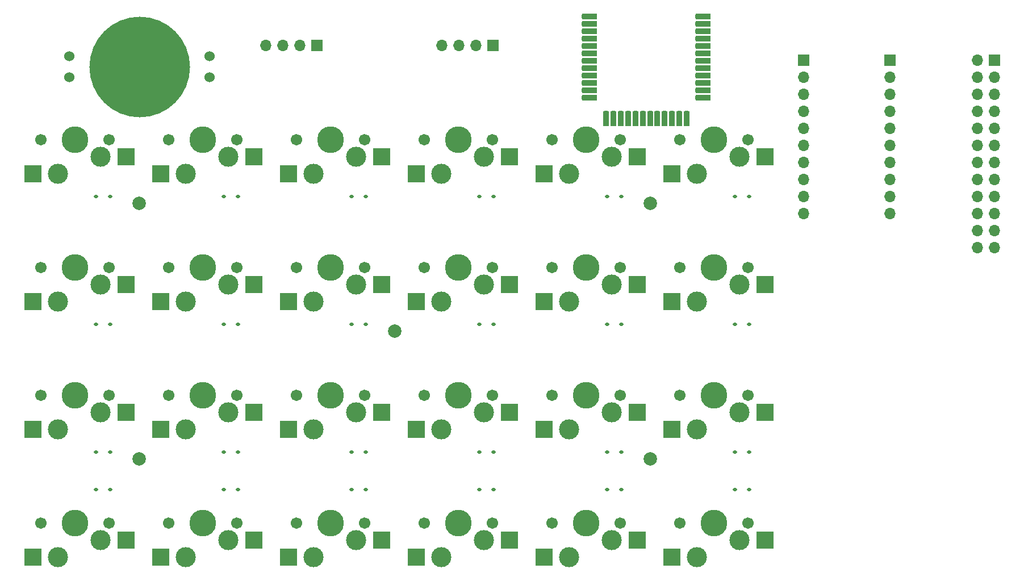
<source format=gbr>
%TF.GenerationSoftware,KiCad,Pcbnew,7.0.1*%
%TF.CreationDate,2023-05-06T18:31:28+10:00*%
%TF.ProjectId,switch_grid_test,73776974-6368-45f6-9772-69645f746573,rev?*%
%TF.SameCoordinates,Original*%
%TF.FileFunction,Soldermask,Bot*%
%TF.FilePolarity,Negative*%
%FSLAX46Y46*%
G04 Gerber Fmt 4.6, Leading zero omitted, Abs format (unit mm)*
G04 Created by KiCad (PCBNEW 7.0.1) date 2023-05-06 18:31:28*
%MOMM*%
%LPD*%
G01*
G04 APERTURE LIST*
G04 Aperture macros list*
%AMRoundRect*
0 Rectangle with rounded corners*
0 $1 Rounding radius*
0 $2 $3 $4 $5 $6 $7 $8 $9 X,Y pos of 4 corners*
0 Add a 4 corners polygon primitive as box body*
4,1,4,$2,$3,$4,$5,$6,$7,$8,$9,$2,$3,0*
0 Add four circle primitives for the rounded corners*
1,1,$1+$1,$2,$3*
1,1,$1+$1,$4,$5*
1,1,$1+$1,$6,$7*
1,1,$1+$1,$8,$9*
0 Add four rect primitives between the rounded corners*
20,1,$1+$1,$2,$3,$4,$5,0*
20,1,$1+$1,$4,$5,$6,$7,0*
20,1,$1+$1,$6,$7,$8,$9,0*
20,1,$1+$1,$8,$9,$2,$3,0*%
G04 Aperture macros list end*
%ADD10R,1.700000X1.700000*%
%ADD11O,1.700000X1.700000*%
%ADD12C,1.701800*%
%ADD13C,3.000000*%
%ADD14C,3.987800*%
%ADD15R,2.550000X2.500000*%
%ADD16C,2.000000*%
%ADD17RoundRect,0.112500X-0.187500X-0.112500X0.187500X-0.112500X0.187500X0.112500X-0.187500X0.112500X0*%
%ADD18RoundRect,0.225000X0.918000X0.225000X-0.918000X0.225000X-0.918000X-0.225000X0.918000X-0.225000X0*%
%ADD19RoundRect,0.225000X0.225000X-0.918000X0.225000X0.918000X-0.225000X0.918000X-0.225000X-0.918000X0*%
%ADD20RoundRect,0.225000X-0.918000X-0.225000X0.918000X-0.225000X0.918000X0.225000X-0.918000X0.225000X0*%
%ADD21C,1.524000*%
%ADD22C,15.000000*%
G04 APERTURE END LIST*
D10*
%TO.C,PRG1*%
X109675000Y-88825000D03*
D11*
X107135000Y-88825000D03*
X104595000Y-88825000D03*
X102055000Y-88825000D03*
%TD*%
D12*
%TO.C,SW6*%
X147680000Y-102900000D03*
D13*
X146410000Y-105440000D03*
D14*
X142600000Y-102900000D03*
D13*
X140060000Y-107980000D03*
D12*
X137520000Y-102900000D03*
D15*
X136310000Y-107980000D03*
X150160000Y-105440000D03*
%TD*%
D12*
%TO.C,SW9*%
X90530000Y-121950000D03*
D13*
X89260000Y-124490000D03*
D14*
X85450000Y-121950000D03*
D13*
X82910000Y-127030000D03*
D12*
X80370000Y-121950000D03*
D15*
X79160000Y-127030000D03*
X93010000Y-124490000D03*
%TD*%
D12*
%TO.C,SW20*%
X71480000Y-160050000D03*
D13*
X70210000Y-162590000D03*
D14*
X66400000Y-160050000D03*
D13*
X63860000Y-165130000D03*
D12*
X61320000Y-160050000D03*
D15*
X60110000Y-165130000D03*
X73960000Y-162590000D03*
%TD*%
D16*
%TO.C,H1*%
X56875000Y-112425000D03*
%TD*%
D12*
%TO.C,SW19*%
X52430000Y-160050000D03*
D13*
X51160000Y-162590000D03*
D14*
X47350000Y-160050000D03*
D13*
X44810000Y-165130000D03*
D12*
X42270000Y-160050000D03*
D15*
X41060000Y-165130000D03*
X54910000Y-162590000D03*
%TD*%
D16*
%TO.C,H5*%
X94975000Y-131475000D03*
%TD*%
D12*
%TO.C,SW5*%
X128630000Y-102900000D03*
D13*
X127360000Y-105440000D03*
D14*
X123550000Y-102900000D03*
D13*
X121010000Y-107980000D03*
D12*
X118470000Y-102900000D03*
D15*
X117260000Y-107980000D03*
X131110000Y-105440000D03*
%TD*%
D12*
%TO.C,SW12*%
X147680000Y-121950000D03*
D13*
X146410000Y-124490000D03*
D14*
X142600000Y-121950000D03*
D13*
X140060000Y-127030000D03*
D12*
X137520000Y-121950000D03*
D15*
X136310000Y-127030000D03*
X150160000Y-124490000D03*
%TD*%
D16*
%TO.C,H3*%
X56875000Y-150525000D03*
%TD*%
D12*
%TO.C,SW2*%
X71480000Y-102900000D03*
D13*
X70210000Y-105440000D03*
D14*
X66400000Y-102900000D03*
D13*
X63860000Y-107980000D03*
D12*
X61320000Y-102900000D03*
D15*
X60110000Y-107980000D03*
X73960000Y-105440000D03*
%TD*%
D16*
%TO.C,H2*%
X133075000Y-112425000D03*
%TD*%
D12*
%TO.C,SW4*%
X109580000Y-102900000D03*
D13*
X108310000Y-105440000D03*
D14*
X104500000Y-102900000D03*
D13*
X101960000Y-107980000D03*
D12*
X99420000Y-102900000D03*
D15*
X98210000Y-107980000D03*
X112060000Y-105440000D03*
%TD*%
D12*
%TO.C,SW7*%
X52430000Y-121950000D03*
D13*
X51160000Y-124490000D03*
D14*
X47350000Y-121950000D03*
D13*
X44810000Y-127030000D03*
D12*
X42270000Y-121950000D03*
D15*
X41060000Y-127030000D03*
X54910000Y-124490000D03*
%TD*%
D10*
%TO.C,J1*%
X155975000Y-91075000D03*
D11*
X155975000Y-93615000D03*
X155975000Y-96155000D03*
X155975000Y-98695000D03*
X155975000Y-101235000D03*
X155975000Y-103775000D03*
X155975000Y-106315000D03*
X155975000Y-108855000D03*
X155975000Y-111395000D03*
X155975000Y-113935000D03*
%TD*%
D10*
%TO.C,CHG1*%
X83425000Y-88825000D03*
D11*
X80885000Y-88825000D03*
X78345000Y-88825000D03*
X75805000Y-88825000D03*
%TD*%
D12*
%TO.C,SW22*%
X109580000Y-160050000D03*
D13*
X108310000Y-162590000D03*
D14*
X104500000Y-160050000D03*
D13*
X101960000Y-165130000D03*
D12*
X99420000Y-160050000D03*
D15*
X98210000Y-165130000D03*
X112060000Y-162590000D03*
%TD*%
D10*
%TO.C,J2*%
X168825000Y-91075000D03*
D11*
X168825000Y-93615000D03*
X168825000Y-96155000D03*
X168825000Y-98695000D03*
X168825000Y-101235000D03*
X168825000Y-103775000D03*
X168825000Y-106315000D03*
X168825000Y-108855000D03*
X168825000Y-111395000D03*
X168825000Y-113935000D03*
%TD*%
D12*
%TO.C,SW21*%
X90530000Y-160050000D03*
D13*
X89260000Y-162590000D03*
D14*
X85450000Y-160050000D03*
D13*
X82910000Y-165130000D03*
D12*
X80370000Y-160050000D03*
D15*
X79160000Y-165130000D03*
X93010000Y-162590000D03*
%TD*%
D12*
%TO.C,SW18*%
X147680000Y-141000000D03*
D13*
X146410000Y-143540000D03*
D14*
X142600000Y-141000000D03*
D13*
X140060000Y-146080000D03*
D12*
X137520000Y-141000000D03*
D15*
X136310000Y-146080000D03*
X150160000Y-143540000D03*
%TD*%
D12*
%TO.C,SW13*%
X52430000Y-141000000D03*
D13*
X51160000Y-143540000D03*
D14*
X47350000Y-141000000D03*
D13*
X44810000Y-146080000D03*
D12*
X42270000Y-141000000D03*
D15*
X41060000Y-146080000D03*
X54910000Y-143540000D03*
%TD*%
D12*
%TO.C,SW23*%
X128630000Y-160050000D03*
D13*
X127360000Y-162590000D03*
D14*
X123550000Y-160050000D03*
D13*
X121010000Y-165130000D03*
D12*
X118470000Y-160050000D03*
D15*
X117260000Y-165130000D03*
X131110000Y-162590000D03*
%TD*%
D12*
%TO.C,SW24*%
X147680000Y-160050000D03*
D13*
X146410000Y-162590000D03*
D14*
X142600000Y-160050000D03*
D13*
X140060000Y-165130000D03*
D12*
X137520000Y-160050000D03*
D15*
X136310000Y-165130000D03*
X150160000Y-162590000D03*
%TD*%
D12*
%TO.C,SW14*%
X71480000Y-141000000D03*
D13*
X70210000Y-143540000D03*
D14*
X66400000Y-141000000D03*
D13*
X63860000Y-146080000D03*
D12*
X61320000Y-141000000D03*
D15*
X60110000Y-146080000D03*
X73960000Y-143540000D03*
%TD*%
D12*
%TO.C,SW16*%
X109580000Y-141000000D03*
D13*
X108310000Y-143540000D03*
D14*
X104500000Y-141000000D03*
D13*
X101960000Y-146080000D03*
D12*
X99420000Y-141000000D03*
D15*
X98210000Y-146080000D03*
X112060000Y-143540000D03*
%TD*%
D12*
%TO.C,SW10*%
X109580000Y-121950000D03*
D13*
X108310000Y-124490000D03*
D14*
X104500000Y-121950000D03*
D13*
X101960000Y-127030000D03*
D12*
X99420000Y-121950000D03*
D15*
X98210000Y-127030000D03*
X112060000Y-124490000D03*
%TD*%
D12*
%TO.C,SW1*%
X52430000Y-102900000D03*
D13*
X51160000Y-105440000D03*
D14*
X47350000Y-102900000D03*
D13*
X44810000Y-107980000D03*
D12*
X42270000Y-102900000D03*
D15*
X41060000Y-107980000D03*
X54910000Y-105440000D03*
%TD*%
D12*
%TO.C,SW15*%
X90530000Y-141000000D03*
D13*
X89260000Y-143540000D03*
D14*
X85450000Y-141000000D03*
D13*
X82910000Y-146080000D03*
D12*
X80370000Y-141000000D03*
D15*
X79160000Y-146080000D03*
X93010000Y-143540000D03*
%TD*%
D16*
%TO.C,H4*%
X133075000Y-150525000D03*
%TD*%
D12*
%TO.C,SW8*%
X71480000Y-121950000D03*
D13*
X70210000Y-124490000D03*
D14*
X66400000Y-121950000D03*
D13*
X63860000Y-127030000D03*
D12*
X61320000Y-121950000D03*
D15*
X60110000Y-127030000D03*
X73960000Y-124490000D03*
%TD*%
D10*
%TO.C,J3*%
X184365000Y-91075000D03*
D11*
X181825000Y-91075000D03*
X184365000Y-93615000D03*
X181825000Y-93615000D03*
X184365000Y-96155000D03*
X181825000Y-96155000D03*
X184365000Y-98695000D03*
X181825000Y-98695000D03*
X184365000Y-101235000D03*
X181825000Y-101235000D03*
X184365000Y-103775000D03*
X181825000Y-103775000D03*
X184365000Y-106315000D03*
X181825000Y-106315000D03*
X184365000Y-108855000D03*
X181825000Y-108855000D03*
X184365000Y-111395000D03*
X181825000Y-111395000D03*
X184365000Y-113935000D03*
X181825000Y-113935000D03*
X184365000Y-116475000D03*
X181825000Y-116475000D03*
X184365000Y-119015000D03*
X181825000Y-119015000D03*
%TD*%
D12*
%TO.C,SW3*%
X90530000Y-102900000D03*
D13*
X89260000Y-105440000D03*
D14*
X85450000Y-102900000D03*
D13*
X82910000Y-107980000D03*
D12*
X80370000Y-102900000D03*
D15*
X79160000Y-107980000D03*
X93010000Y-105440000D03*
%TD*%
D12*
%TO.C,SW17*%
X128630000Y-141000000D03*
D13*
X127360000Y-143540000D03*
D14*
X123550000Y-141000000D03*
D13*
X121010000Y-146080000D03*
D12*
X118470000Y-141000000D03*
D15*
X117260000Y-146080000D03*
X131110000Y-143540000D03*
%TD*%
D12*
%TO.C,SW11*%
X128630000Y-121950000D03*
D13*
X127360000Y-124490000D03*
D14*
X123550000Y-121950000D03*
D13*
X121010000Y-127030000D03*
D12*
X118470000Y-121950000D03*
D15*
X117260000Y-127030000D03*
X131110000Y-124490000D03*
%TD*%
D17*
%TO.C,D5*%
X126650000Y-111400000D03*
X128750000Y-111400000D03*
%TD*%
%TO.C,D17*%
X126650000Y-149500000D03*
X128750000Y-149500000D03*
%TD*%
%TO.C,D9*%
X88550000Y-130450000D03*
X90650000Y-130450000D03*
%TD*%
%TO.C,D6*%
X145700000Y-111400000D03*
X147800000Y-111400000D03*
%TD*%
%TO.C,D18*%
X145700000Y-149500000D03*
X147800000Y-149500000D03*
%TD*%
%TO.C,D14*%
X69500000Y-149500000D03*
X71600000Y-149500000D03*
%TD*%
%TO.C,D16*%
X107600000Y-149500000D03*
X109700000Y-149500000D03*
%TD*%
%TO.C,D10*%
X107600000Y-130450000D03*
X109700000Y-130450000D03*
%TD*%
D18*
%TO.C,U1*%
X141000000Y-84553500D03*
X141000000Y-85653500D03*
X141000000Y-86753500D03*
X141000000Y-87853500D03*
X141000000Y-88953500D03*
X141000000Y-90053500D03*
X141000000Y-91153500D03*
X141000000Y-92253500D03*
X141000000Y-93353500D03*
X141000000Y-94453500D03*
X141000000Y-95553500D03*
X141000000Y-96653500D03*
D19*
X138550000Y-99753500D03*
X137450000Y-99753500D03*
X136350000Y-99753500D03*
X135250000Y-99753500D03*
X134150000Y-99753500D03*
X133050000Y-99753500D03*
X131950000Y-99753500D03*
X130850000Y-99753500D03*
X129750000Y-99753500D03*
X128650000Y-99753500D03*
X127550000Y-99753500D03*
X126450000Y-99753500D03*
D20*
X124000000Y-96653500D03*
X124000000Y-95553500D03*
X124000000Y-94453500D03*
X124000000Y-93353500D03*
X124000000Y-92253500D03*
X124000000Y-91153500D03*
X124000000Y-90053500D03*
X124000000Y-88953500D03*
X124000000Y-87853500D03*
X124000000Y-86753500D03*
X124000000Y-85653500D03*
X124000000Y-84553500D03*
%TD*%
D17*
%TO.C,D8*%
X69500000Y-130450000D03*
X71600000Y-130450000D03*
%TD*%
%TO.C,D20*%
X69500000Y-155050000D03*
X71600000Y-155050000D03*
%TD*%
%TO.C,D1*%
X50450000Y-111400000D03*
X52550000Y-111400000D03*
%TD*%
%TO.C,D7*%
X50450000Y-130450000D03*
X52550000Y-130450000D03*
%TD*%
%TO.C,D4*%
X107600000Y-111400000D03*
X109700000Y-111400000D03*
%TD*%
%TO.C,D24*%
X145700000Y-155050000D03*
X147800000Y-155050000D03*
%TD*%
%TO.C,D15*%
X88550000Y-149500000D03*
X90650000Y-149500000D03*
%TD*%
%TO.C,D22*%
X107600000Y-155050000D03*
X109700000Y-155050000D03*
%TD*%
%TO.C,D2*%
X69500000Y-111400000D03*
X71600000Y-111400000D03*
%TD*%
%TO.C,D11*%
X126650000Y-130450000D03*
X128750000Y-130450000D03*
%TD*%
D21*
%TO.C,BT1*%
X46512000Y-90500000D03*
X46512000Y-93600000D03*
X67362000Y-90500000D03*
X67362000Y-93600000D03*
D22*
X56937000Y-92050000D03*
%TD*%
D17*
%TO.C,D21*%
X88550000Y-155050000D03*
X90650000Y-155050000D03*
%TD*%
%TO.C,D19*%
X50450000Y-155050000D03*
X52550000Y-155050000D03*
%TD*%
%TO.C,D13*%
X50450000Y-149500000D03*
X52550000Y-149500000D03*
%TD*%
%TO.C,D12*%
X145700000Y-130450000D03*
X147800000Y-130450000D03*
%TD*%
%TO.C,D3*%
X88550000Y-111400000D03*
X90650000Y-111400000D03*
%TD*%
%TO.C,D23*%
X126650000Y-155050000D03*
X128750000Y-155050000D03*
%TD*%
M02*

</source>
